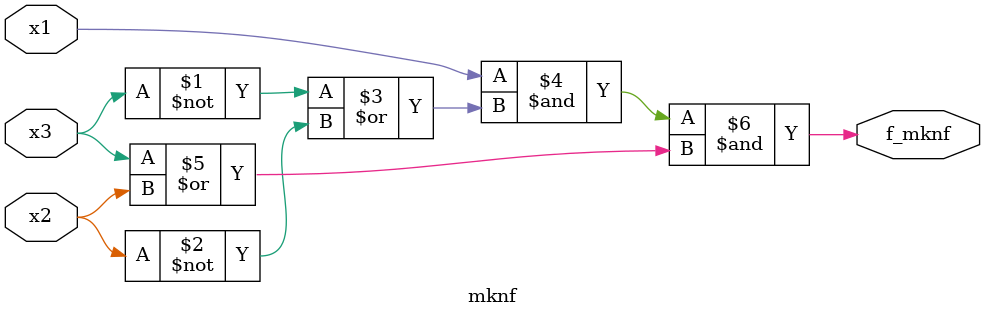
<source format=v>
module mknf(x1, x2, x3, f_mknf);
    input x1, x2, x3;
    output f_mknf;

    assign f_mknf = x1 & (~x3 | ~x2) & (x3 | x2);
endmodule

</source>
